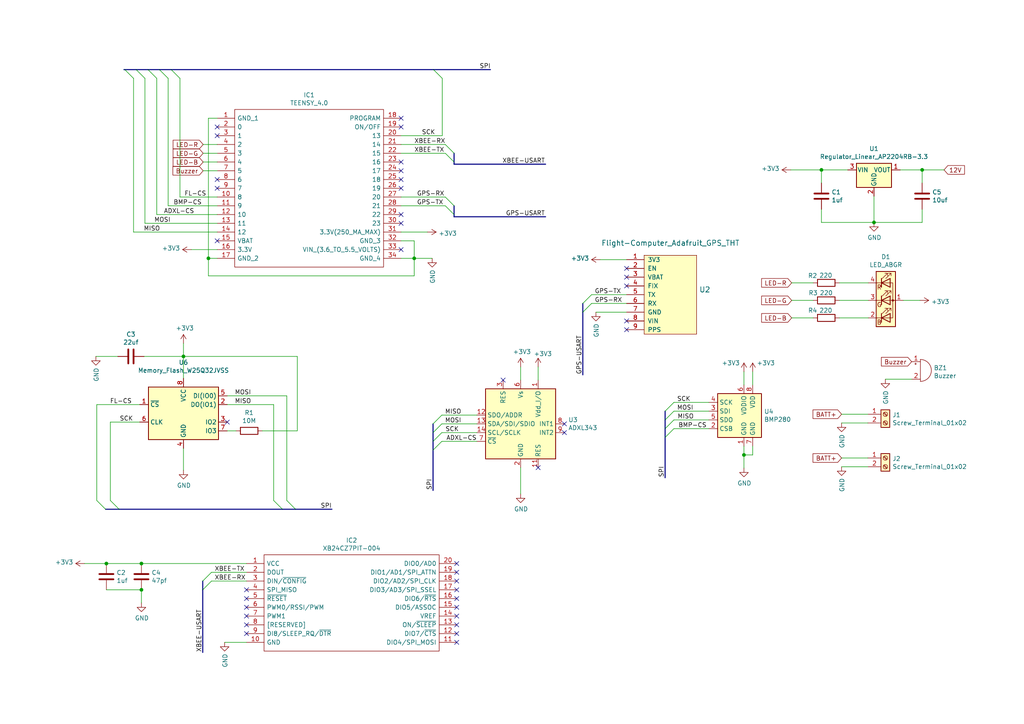
<source format=kicad_sch>
(kicad_sch (version 20211123) (generator eeschema)
  (paper "A4")
  (lib_symbols
    (symbol "Bull-Space_-Des-by-Sheenyl-Hassan-rescue:+3.3V-Flight_Computer-cache" (power) (pin_names (offset 0))
      (property "Value" "+3.3V-Flight_Computer-cache" (at 0 3.556 0))
      (symbol "+3.3V-Flight_Computer-cache_0_1"
        (polyline (pts (xy -0.762 1.27) (xy 0 2.54)))
        (polyline (pts (xy 0 0) (xy 0 2.54)))
        (polyline (pts (xy 0 2.54) (xy 0.762 1.27)))
      )
      (symbol "+3.3V-Flight_Computer-cache_1_1"
        (pin power_in line (at 0 0 90) (length 0) hide (name "+3V3") (number "1"))
      )
    )
    (symbol "Bull-Space_-Des-by-Sheenyl-Hassan-rescue:Flight-Computer_Adafruit_GPS_THT-Flight_Computer-cache" (pin_names (offset 1.016))
      (property "Reference" "U" (at -5.08 12.7 0))
      (property "Value" "Flight-Computer_Adafruit_GPS_THT-Flight_Computer-cache" (at 0 -12.7 0))
      (symbol "Flight-Computer_Adafruit_GPS_THT-Flight_Computer-cache_0_1"
        (rectangle (start -7.62 11.43) (end 7.62 -11.43) (fill (type background)))
      )
      (symbol "Flight-Computer_Adafruit_GPS_THT-Flight_Computer-cache_1_1"
        (pin power_out line (at -12.7 10.16 0) (length 5.08) (name "3V3") (number "1"))
        (pin input line (at -12.7 7.62 0) (length 5.08) (name "EN") (number "2"))
        (pin power_in line (at -12.7 5.08 0) (length 5.08) (name "VBAT") (number "3"))
        (pin output line (at -12.7 2.54 0) (length 5.08) (name "FIX") (number "4"))
        (pin output line (at -12.7 0 0) (length 5.08) (name "TX") (number "5"))
        (pin input line (at -12.7 -2.54 0) (length 5.08) (name "RX") (number "6"))
        (pin passive line (at -12.7 -5.08 0) (length 5.08) (name "GND") (number "7"))
        (pin power_in line (at -12.7 -7.62 0) (length 5.08) (name "VIN") (number "8"))
        (pin output line (at -12.7 -10.16 0) (length 5.08) (name "PPS") (number "9"))
      )
    )
    (symbol "Bull-Space_-Des-by-Sheenyl-Hassan-rescue:Memory_Flash_W25Q32JVSS-Flight_Computer-cache"
      (property "Reference" "U" (at -8.89 8.89 0))
      (property "Value" "Memory_Flash_W25Q32JVSS-Flight_Computer-cache" (at 7.62 8.89 0))
      (symbol "Memory_Flash_W25Q32JVSS-Flight_Computer-cache_0_1"
        (rectangle (start -10.16 7.62) (end 10.16 -7.62) (stroke (width 0.254)) (fill (type background)))
      )
      (symbol "Memory_Flash_W25Q32JVSS-Flight_Computer-cache_1_1"
        (pin input line (at -12.7 2.54 0) (length 2.54) (name "~{CS}") (number "1"))
        (pin bidirectional line (at 12.7 2.54 180) (length 2.54) (name "DO(IO1)") (number "2"))
        (pin bidirectional line (at 12.7 -2.54 180) (length 2.54) (name "IO2") (number "3"))
        (pin power_in line (at 0 -10.16 90) (length 2.54) (name "GND") (number "4"))
        (pin bidirectional line (at 12.7 5.08 180) (length 2.54) (name "DI(IO0)") (number "5"))
        (pin input line (at -12.7 -2.54 0) (length 2.54) (name "CLK") (number "6"))
        (pin bidirectional line (at 12.7 -5.08 180) (length 2.54) (name "IO3") (number "7"))
        (pin power_in line (at 0 10.16 270) (length 2.54) (name "VCC") (number "8"))
      )
    )
    (symbol "Bull-Space_-Des-by-Sheenyl-Hassan-rescue:Regulator_Linear_AP2204RB-3.3-Flight_Computer-cache" (pin_names (offset 0.254))
      (property "Reference" "U" (at -5.08 3.175 0))
      (property "Value" "Regulator_Linear_AP2204RB-3.3-Flight_Computer-cache" (at 0 3.175 0))
      (symbol "Regulator_Linear_AP2204RB-3.3-Flight_Computer-cache_0_1"
        (rectangle (start -5.08 1.905) (end 5.08 -5.08) (stroke (width 0.254)) (fill (type background)))
      )
      (symbol "Regulator_Linear_AP2204RB-3.3-Flight_Computer-cache_1_1"
        (pin power_out line (at 7.62 0 180) (length 2.54) (name "VOUT") (number "1"))
        (pin power_in line (at 0 -7.62 90) (length 2.54) (name "GND") (number "2"))
        (pin power_in line (at -7.62 0 0) (length 2.54) (name "VIN") (number "3"))
      )
    )
    (symbol "Bull-Space_-Des-by-Sheenyl-Hassan-rescue:TEENSY_4.0-TEENSY_4.0" (pin_names (offset 0.762))
      (property "Reference" "IC" (at 49.53 7.62 0))
      (property "Value" "TEENSY_4.0-TEENSY_4.0" (at 49.53 5.08 0))
      (symbol "TEENSY_4.0-TEENSY_4.0_0_0"
        (pin passive line (at 0 0 0) (length 5.08) (name "GND_1") (number "1"))
        (pin passive line (at 0 -22.86 0) (length 5.08) (name "8") (number "10"))
        (pin passive line (at 0 -25.4 0) (length 5.08) (name "9") (number "11"))
        (pin passive line (at 0 -27.94 0) (length 5.08) (name "10") (number "12"))
        (pin passive line (at 0 -30.48 0) (length 5.08) (name "11") (number "13"))
        (pin passive line (at 0 -33.02 0) (length 5.08) (name "12") (number "14"))
        (pin passive line (at 0 -35.56 0) (length 5.08) (name "VBAT") (number "15"))
        (pin passive line (at 0 -38.1 0) (length 5.08) (name "3.3V") (number "16"))
        (pin passive line (at 0 -40.64 0) (length 5.08) (name "GND_2") (number "17"))
        (pin passive line (at 53.34 0 180) (length 5.08) (name "PROGRAM") (number "18"))
        (pin passive line (at 53.34 -2.54 180) (length 5.08) (name "ON/OFF") (number "19"))
        (pin passive line (at 0 -2.54 0) (length 5.08) (name "0") (number "2"))
        (pin passive line (at 53.34 -5.08 180) (length 5.08) (name "13") (number "20"))
        (pin passive line (at 53.34 -7.62 180) (length 5.08) (name "14") (number "21"))
        (pin passive line (at 53.34 -10.16 180) (length 5.08) (name "15") (number "22"))
        (pin passive line (at 53.34 -12.7 180) (length 5.08) (name "16") (number "23"))
        (pin passive line (at 53.34 -15.24 180) (length 5.08) (name "17") (number "24"))
        (pin passive line (at 53.34 -17.78 180) (length 5.08) (name "18") (number "25"))
        (pin passive line (at 53.34 -20.32 180) (length 5.08) (name "19") (number "26"))
        (pin passive line (at 53.34 -22.86 180) (length 5.08) (name "20") (number "27"))
        (pin passive line (at 53.34 -25.4 180) (length 5.08) (name "21") (number "28"))
        (pin passive line (at 53.34 -27.94 180) (length 5.08) (name "22") (number "29"))
        (pin passive line (at 0 -5.08 0) (length 5.08) (name "1") (number "3"))
        (pin passive line (at 53.34 -30.48 180) (length 5.08) (name "23") (number "30"))
        (pin passive line (at 53.34 -33.02 180) (length 5.08) (name "3.3V(250_MA_MAX)") (number "31"))
        (pin passive line (at 53.34 -35.56 180) (length 5.08) (name "GND_3") (number "32"))
        (pin passive line (at 53.34 -38.1 180) (length 5.08) (name "VIN_(3.6_TO_5.5_VOLTS)") (number "33"))
        (pin passive line (at 53.34 -40.64 180) (length 5.08) (name "GND_4") (number "34"))
        (pin passive line (at 0 -7.62 0) (length 5.08) (name "2") (number "4"))
        (pin passive line (at 0 -10.16 0) (length 5.08) (name "3") (number "5"))
        (pin passive line (at 0 -12.7 0) (length 5.08) (name "4") (number "6"))
        (pin passive line (at 0 -15.24 0) (length 5.08) (name "5") (number "7"))
        (pin passive line (at 0 -17.78 0) (length 5.08) (name "6") (number "8"))
        (pin passive line (at 0 -20.32 0) (length 5.08) (name "7") (number "9"))
      )
      (symbol "TEENSY_4.0-TEENSY_4.0_0_1"
        (polyline (pts (xy 5.08 2.54) (xy 48.26 2.54) (xy 48.26 -43.18) (xy 5.08 -43.18) (xy 5.08 2.54)) (stroke (width 0.1524)))
      )
    )
    (symbol "Bull-Space_-Des-by-Sheenyl-Hassan-rescue:XB24CZ7PIT-004-XB24CZ7PIT-004" (pin_names (offset 0.762))
      (property "Reference" "IC" (at 57.15 7.62 0))
      (property "Value" "XB24CZ7PIT-004-XB24CZ7PIT-004" (at 57.15 5.08 0))
      (symbol "XB24CZ7PIT-004-XB24CZ7PIT-004_0_0"
        (pin passive line (at 0 0 0) (length 5.08) (name "VCC") (number "1"))
        (pin passive line (at 0 -22.86 0) (length 5.08) (name "GND") (number "10"))
        (pin passive line (at 60.96 -22.86 180) (length 5.08) (name "DIO4/SPI_MOSI") (number "11"))
        (pin passive line (at 60.96 -20.32 180) (length 5.08) (name "DIO7/~{CTS}") (number "12"))
        (pin passive line (at 60.96 -17.78 180) (length 5.08) (name "ON/~{SLEEP}") (number "13"))
        (pin passive line (at 60.96 -15.24 180) (length 5.08) (name "VREF") (number "14"))
        (pin passive line (at 60.96 -12.7 180) (length 5.08) (name "DIO5/ASSOC") (number "15"))
        (pin passive line (at 60.96 -10.16 180) (length 5.08) (name "DIO6/~{RTS}") (number "16"))
        (pin passive line (at 60.96 -7.62 180) (length 5.08) (name "DIO3/AD3/SPI_SSEL") (number "17"))
        (pin passive line (at 60.96 -5.08 180) (length 5.08) (name "DIO2/AD2/SPI_CLK") (number "18"))
        (pin passive line (at 60.96 -2.54 180) (length 5.08) (name "DIO1/AD1/SPI_ATTN") (number "19"))
        (pin passive line (at 0 -2.54 0) (length 5.08) (name "DOUT") (number "2"))
        (pin passive line (at 60.96 0 180) (length 5.08) (name "DIO0/AD0") (number "20"))
        (pin passive line (at 0 -5.08 0) (length 5.08) (name "DIN/~{CONFIG}") (number "3"))
        (pin passive line (at 0 -7.62 0) (length 5.08) (name "SPI_MISO") (number "4"))
        (pin passive line (at 0 -10.16 0) (length 5.08) (name "~{RESET}") (number "5"))
        (pin passive line (at 0 -12.7 0) (length 5.08) (name "PWM0/RSSI/PWM") (number "6"))
        (pin passive line (at 0 -15.24 0) (length 5.08) (name "PWM1") (number "7"))
        (pin passive line (at 0 -17.78 0) (length 5.08) (name "[RESERVED]") (number "8"))
        (pin passive line (at 0 -20.32 0) (length 5.08) (name "DI8/SLEEP_RQ/~{DTR}") (number "9"))
      )
      (symbol "XB24CZ7PIT-004-XB24CZ7PIT-004_0_1"
        (polyline (pts (xy 5.08 2.54) (xy 55.88 2.54) (xy 55.88 -25.4) (xy 5.08 -25.4) (xy 5.08 2.54)) (stroke (width 0.1524)))
      )
    )
    (symbol "Connector:Screw_Terminal_01x02" (pin_names (offset 1.016) hide)
      (property "Reference" "J" (at 0 2.54 0))
      (property "Value" "Screw_Terminal_01x02" (at 0 -5.08 0))
      (symbol "Screw_Terminal_01x02_1_1"
        (rectangle (start -1.27 1.27) (end 1.27 -3.81) (stroke (width 0.254)) (fill (type background)))
        (circle (center 0 -2.54) (radius 0.635) (stroke (width 0.1524)))
        (polyline (pts (xy -0.5334 -2.2098) (xy 0.3302 -3.048)) (stroke (width 0.1524)))
        (polyline (pts (xy -0.5334 0.3302) (xy 0.3302 -0.508)) (stroke (width 0.1524)))
        (polyline (pts (xy -0.3556 -2.032) (xy 0.508 -2.8702)) (stroke (width 0.1524)))
        (polyline (pts (xy -0.3556 0.508) (xy 0.508 -0.3302)) (stroke (width 0.1524)))
        (circle (center 0 0) (radius 0.635) (stroke (width 0.1524)))
        (pin passive line (at -5.08 0 0) (length 3.81) (name "Pin_1") (number "1"))
        (pin passive line (at -5.08 -2.54 0) (length 3.81) (name "Pin_2") (number "2"))
      )
    )
    (symbol "Device:Buzzer" (pin_names (offset 0.0254) hide)
      (property "Reference" "BZ" (at 3.81 1.27 0))
      (property "Value" "Buzzer" (at 3.81 -1.27 0))
      (symbol "Buzzer_0_1"
        (arc (start 0 -3.175) (mid 3.175 0) (end 0 3.175))
        (polyline (pts (xy -1.651 1.905) (xy -1.143 1.905)))
        (polyline (pts (xy -1.397 2.159) (xy -1.397 1.651)))
        (polyline (pts (xy 0 3.175) (xy 0 -3.175)))
      )
      (symbol "Buzzer_1_1"
        (pin passive line (at -2.54 2.54 0) (length 2.54) (name "-") (number "1"))
        (pin passive line (at -2.54 -2.54 0) (length 2.54) (name "+") (number "2"))
      )
    )
    (symbol "Device:C" (pin_numbers hide) (pin_names (offset 0.254))
      (property "Reference" "C" (at 0.635 2.54 0))
      (property "Value" "C" (at 0.635 -2.54 0))
      (symbol "C_0_1"
        (polyline (pts (xy -2.032 -0.762) (xy 2.032 -0.762)) (stroke (width 0.508)))
        (polyline (pts (xy -2.032 0.762) (xy 2.032 0.762)) (stroke (width 0.508)))
      )
      (symbol "C_1_1"
        (pin passive line (at 0 3.81 270) (length 2.794) (name "~") (number "1"))
        (pin passive line (at 0 -3.81 90) (length 2.794) (name "~") (number "2"))
      )
    )
    (symbol "Device:LED_ABGR" (pin_names (offset 0) hide)
      (property "Reference" "D" (at 0 9.398 0))
      (property "Value" "LED_ABGR" (at 0 -8.89 0))
      (symbol "LED_ABGR_0_0"
        (text "B" (at -1.905 -6.35 0) (effects (font (size 1.27 1.27))))
        (text "G" (at -1.905 -1.27 0) (effects (font (size 1.27 1.27))))
        (text "R" (at -1.905 3.81 0) (effects (font (size 1.27 1.27))))
      )
      (symbol "LED_ABGR_0_1"
        (polyline (pts (xy -1.27 -5.08) (xy -2.54 -5.08)))
        (polyline (pts (xy -1.27 -5.08) (xy 1.27 -5.08)))
        (polyline (pts (xy -1.27 -3.81) (xy -1.27 -6.35)) (stroke (width 0.254)))
        (polyline (pts (xy -1.27 0) (xy -2.54 0)))
        (polyline (pts (xy -1.27 1.27) (xy -1.27 -1.27)) (stroke (width 0.254)))
        (polyline (pts (xy -1.27 5.08) (xy -2.54 5.08)))
        (polyline (pts (xy -1.27 5.08) (xy 1.27 5.08)))
        (polyline (pts (xy -1.27 6.35) (xy -1.27 3.81)) (stroke (width 0.254)))
        (polyline (pts (xy 1.27 0) (xy -1.27 0)))
        (polyline (pts (xy 1.27 0) (xy 2.54 0)))
        (polyline (pts (xy -1.27 1.27) (xy -1.27 -1.27) (xy -1.27 -1.27)))
        (polyline (pts (xy -1.27 6.35) (xy -1.27 3.81) (xy -1.27 3.81)))
        (polyline (pts (xy 1.27 -5.08) (xy 2.032 -5.08) (xy 2.032 5.08) (xy 1.27 5.08)))
        (polyline (pts (xy 1.27 -3.81) (xy 1.27 -6.35) (xy -1.27 -5.08) (xy 1.27 -3.81)) (stroke (width 0.254)))
        (polyline (pts (xy 1.27 1.27) (xy 1.27 -1.27) (xy -1.27 0) (xy 1.27 1.27)) (stroke (width 0.254)))
        (polyline (pts (xy 1.27 6.35) (xy 1.27 3.81) (xy -1.27 5.08) (xy 1.27 6.35)) (stroke (width 0.254)))
        (polyline (pts (xy -1.016 -3.81) (xy 0.508 -2.286) (xy -0.254 -2.286) (xy 0.508 -2.286) (xy 0.508 -3.048)))
        (polyline (pts (xy -1.016 1.27) (xy 0.508 2.794) (xy -0.254 2.794) (xy 0.508 2.794) (xy 0.508 2.032)))
        (polyline (pts (xy -1.016 6.35) (xy 0.508 7.874) (xy -0.254 7.874) (xy 0.508 7.874) (xy 0.508 7.112)))
        (polyline (pts (xy 0 -3.81) (xy 1.524 -2.286) (xy 0.762 -2.286) (xy 1.524 -2.286) (xy 1.524 -3.048)))
        (polyline (pts (xy 0 1.27) (xy 1.524 2.794) (xy 0.762 2.794) (xy 1.524 2.794) (xy 1.524 2.032)))
        (polyline (pts (xy 0 6.35) (xy 1.524 7.874) (xy 0.762 7.874) (xy 1.524 7.874) (xy 1.524 7.112)))
        (rectangle (start 1.27 -1.27) (end 1.27 1.27))
        (rectangle (start 1.27 1.27) (end 1.27 1.27))
        (rectangle (start 1.27 3.81) (end 1.27 6.35))
        (rectangle (start 1.27 6.35) (end 1.27 6.35))
        (circle (center 2.032 0) (radius 0.254) (fill (type outline)))
        (rectangle (start 2.794 8.382) (end -2.794 -7.62) (stroke (width 0.254)) (fill (type background)))
      )
      (symbol "LED_ABGR_1_1"
        (pin passive line (at 5.08 0 180) (length 2.54) (name "A") (number "1"))
        (pin passive line (at -5.08 -5.08 0) (length 2.54) (name "BK") (number "2"))
        (pin passive line (at -5.08 0 0) (length 2.54) (name "GK") (number "3"))
        (pin passive line (at -5.08 5.08 0) (length 2.54) (name "RK") (number "4"))
      )
    )
    (symbol "Device:R" (pin_numbers hide) (pin_names (offset 0))
      (property "Reference" "R" (at 2.032 0 90))
      (property "Value" "R" (at 0 0 90))
      (symbol "R_0_1"
        (rectangle (start -1.016 -2.54) (end 1.016 2.54) (stroke (width 0.254)))
      )
      (symbol "R_1_1"
        (pin passive line (at 0 3.81 270) (length 1.27) (name "~") (number "1"))
        (pin passive line (at 0 -3.81 90) (length 1.27) (name "~") (number "2"))
      )
    )
    (symbol "Sensor_Motion:ADXL343"
      (property "Reference" "U" (at -8.89 11.43 0))
      (property "Value" "ADXL343" (at -7.62 -11.43 0))
      (symbol "ADXL343_0_1"
        (rectangle (start -10.16 10.16) (end 10.16 -10.16) (stroke (width 0.254)) (fill (type background)))
      )
      (symbol "ADXL343_1_1"
        (pin power_in line (at 5.08 12.7 270) (length 2.54) (name "Vdd_I/O") (number "1"))
        (pin no_connect line (at -5.08 -10.16 90) (length 2.54) hide (name "NC") (number "10"))
        (pin passive line (at 5.08 -12.7 90) (length 2.54) (name "RES") (number "11"))
        (pin bidirectional line (at -12.7 2.54 0) (length 2.54) (name "SDO/ADDR") (number "12"))
        (pin bidirectional line (at -12.7 0 0) (length 2.54) (name "SDA/SDI/SDIO") (number "13"))
        (pin input line (at -12.7 -2.54 0) (length 2.54) (name "SCL/SCLK") (number "14"))
        (pin power_in line (at 0 -12.7 90) (length 2.54) (name "GND") (number "2"))
        (pin passive line (at -5.08 12.7 270) (length 2.54) (name "RES") (number "3"))
        (pin passive line (at 0 -12.7 90) (length 2.54) hide (name "GND") (number "4"))
        (pin passive line (at 0 -12.7 90) (length 2.54) hide (name "GND") (number "5"))
        (pin power_in line (at 0 12.7 270) (length 2.54) (name "Vs") (number "6"))
        (pin input line (at -12.7 -5.08 0) (length 2.54) (name "~{CS}") (number "7"))
        (pin output line (at 12.7 0 180) (length 2.54) (name "INT1") (number "8"))
        (pin output line (at 12.7 -2.54 180) (length 2.54) (name "INT2") (number "9"))
      )
    )
    (symbol "Sensor_Pressure:BMP280"
      (property "Reference" "U" (at -7.62 10.16 0))
      (property "Value" "BMP280" (at 5.08 10.16 0))
      (symbol "BMP280_0_1"
        (rectangle (start -7.62 -5.08) (end 5.08 7.62) (stroke (width 0.254)) (fill (type background)))
      )
      (symbol "BMP280_1_1"
        (pin power_in line (at 0 -7.62 90) (length 2.54) (name "GND") (number "1"))
        (pin input line (at -10.16 -2.54 0) (length 2.54) (name "CSB") (number "2"))
        (pin bidirectional line (at -10.16 2.54 0) (length 2.54) (name "SDI") (number "3"))
        (pin input line (at -10.16 5.08 0) (length 2.54) (name "SCK") (number "4"))
        (pin bidirectional line (at -10.16 0 0) (length 2.54) (name "SDO") (number "5"))
        (pin power_in line (at 0 10.16 270) (length 2.54) (name "VDDIO") (number "6"))
        (pin power_in line (at 2.54 -7.62 90) (length 2.54) (name "GND") (number "7"))
        (pin power_in line (at 2.54 10.16 270) (length 2.54) (name "VDD") (number "8"))
      )
    )
    (symbol "power:GND" (power) (pin_names (offset 0))
      (property "Value" "GND" (at 0 -3.81 0))
      (symbol "GND_0_1"
        (polyline (pts (xy 0 0) (xy 0 -1.27) (xy 1.27 -1.27) (xy 0 -2.54) (xy -1.27 -1.27) (xy 0 -1.27)))
      )
      (symbol "GND_1_1"
        (pin power_in line (at 0 0 270) (length 0) hide (name "GND") (number "1"))
      )
    )
  )
  (junction (at 60.452 74.93))
  (junction (at 41.021 171.069))
  (junction (at 267.462 49.276))
  (junction (at 30.861 163.449))
  (junction (at 120.142 74.93))
  (junction (at 215.773 131.953))
  (junction (at 253.492 64.516))
  (junction (at 41.021 163.449))
  (junction (at 238.252 49.276))
  (junction (at 53.213 103.378))
  (no_connect (at 116.332 64.77))
  (no_connect (at 116.332 62.23))
  (no_connect (at 71.501 176.149))
  (no_connect (at 62.992 39.37))
  (no_connect (at 62.992 36.83))
  (no_connect (at 181.737 93.091))
  (no_connect (at 71.501 178.689))
  (no_connect (at 132.461 171.069))
  (no_connect (at 62.992 52.07))
  (no_connect (at 156.083 135.636))
  (no_connect (at 116.332 54.61))
  (no_connect (at 62.992 69.85))
  (no_connect (at 116.332 36.83))
  (no_connect (at 163.703 122.936))
  (no_connect (at 116.332 52.07))
  (no_connect (at 71.501 181.229))
  (no_connect (at 116.332 72.39))
  (no_connect (at 132.461 165.989))
  (no_connect (at 145.923 110.236))
  (no_connect (at 132.461 183.769))
  (no_connect (at 132.461 178.689))
  (no_connect (at 181.737 77.851))
  (no_connect (at 163.703 125.476))
  (no_connect (at 132.461 168.529))
  (no_connect (at 132.461 186.309))
  (no_connect (at 62.992 54.61))
  (no_connect (at 181.737 80.391))
  (no_connect (at 71.501 183.769))
  (no_connect (at 181.737 95.631))
  (no_connect (at 116.332 46.99))
  (no_connect (at 116.332 49.53))
  (no_connect (at 132.461 163.449))
  (no_connect (at 132.461 176.149))
  (no_connect (at 71.501 173.609))
  (no_connect (at 132.461 181.229))
  (no_connect (at 71.501 171.069))
  (no_connect (at 65.913 122.428))
  (no_connect (at 181.737 82.931))
  (no_connect (at 116.332 34.29))
  (no_connect (at 132.461 173.609))
  (bus_entry (at 129.159 59.69) (size 2.54 2.54))
  (bus_entry (at 129.159 57.15) (size 2.54 2.54))
  (bus_entry (at 49.657 20.193) (size 2.54 2.54))
  (bus_entry (at 61.341 168.529) (size -2.54 2.54))
  (bus_entry (at 61.341 165.989) (size -2.54 2.54))
  (bus_entry (at 128.143 128.016) (size -2.54 2.54))
  (bus_entry (at 128.143 125.476) (size -2.54 2.54))
  (bus_entry (at 195.453 121.793) (size -2.54 2.54))
  (bus_entry (at 28.067 145.161) (size 2.54 2.54))
  (bus_entry (at 32.004 145.161) (size 2.54 2.54))
  (bus_entry (at 46.228 20.193) (size 2.54 2.54))
  (bus_entry (at 79.375 145.161) (size 2.54 2.54))
  (bus_entry (at 83.185 145.161) (size 2.54 2.54))
  (bus_entry (at 192.913 121.793) (size 2.54 -2.54))
  (bus_entry (at 128.143 120.396) (size -2.54 2.54))
  (bus_entry (at 195.453 116.713) (size -2.54 2.54))
  (bus_entry (at 42.926 20.193) (size 2.54 2.54))
  (bus_entry (at 129.159 41.91) (size 2.54 2.54))
  (bus_entry (at 125.603 125.476) (size 2.54 -2.54))
  (bus_entry (at 39.497 20.193) (size 2.54 2.54))
  (bus_entry (at 171.577 88.011) (size -2.54 2.54))
  (bus_entry (at 125.73 20.193) (size 2.54 2.54))
  (bus_entry (at 171.577 85.471) (size -2.54 2.54))
  (bus_entry (at 36.195 20.193) (size 2.54 2.54))
  (bus_entry (at 195.453 124.333) (size -2.54 2.54))
  (bus_entry (at 129.159 44.45) (size 2.54 2.54))
  (wire (pts (xy 40.513 122.428) (xy 32.004 122.428)))
  (wire (pts (xy 60.452 34.29) (xy 60.452 74.93)))
  (bus (pts (xy 39.497 20.193) (xy 42.926 20.193)))
  (wire (pts (xy 262.001 87.122) (xy 266.827 87.122)))
  (bus (pts (xy 35.941 20.193) (xy 36.195 20.193)))
  (wire (pts (xy 42.037 22.733) (xy 42.037 64.77)))
  (wire (pts (xy 38.735 22.733) (xy 38.735 67.31)))
  (wire (pts (xy 58.928 46.99) (xy 62.992 46.99)))
  (wire (pts (xy 229.616 87.122) (xy 235.839 87.122)))
  (wire (pts (xy 32.004 122.428) (xy 32.004 145.161)))
  (wire (pts (xy 116.332 69.85) (xy 120.142 69.85)))
  (wire (pts (xy 53.213 103.378) (xy 41.783 103.378)))
  (wire (pts (xy 41.021 163.449) (xy 71.501 163.449)))
  (wire (pts (xy 251.714 135.382) (xy 244.094 135.382)))
  (bus (pts (xy 30.607 147.701) (xy 34.544 147.701)))
  (wire (pts (xy 261.112 49.276) (xy 267.462 49.276)))
  (wire (pts (xy 60.452 74.93) (xy 62.992 74.93)))
  (wire (pts (xy 267.462 64.516) (xy 253.492 64.516)))
  (wire (pts (xy 61.341 168.529) (xy 71.501 168.529)))
  (bus (pts (xy 192.913 127) (xy 192.913 138.557)))
  (wire (pts (xy 120.142 69.85) (xy 120.142 74.93)))
  (bus (pts (xy 125.603 130.683) (xy 125.603 142.24)))
  (wire (pts (xy 58.928 41.91) (xy 62.992 41.91)))
  (bus (pts (xy 125.603 122.936) (xy 125.603 125.476)))
  (wire (pts (xy 218.313 129.413) (xy 218.313 131.953)))
  (wire (pts (xy 60.452 74.93) (xy 60.452 80.01)))
  (wire (pts (xy 116.332 41.91) (xy 129.159 41.91)))
  (wire (pts (xy 181.737 75.311) (xy 174.117 75.311)))
  (bus (pts (xy 81.915 147.701) (xy 85.725 147.701)))
  (wire (pts (xy 195.453 121.793) (xy 205.613 121.793)))
  (wire (pts (xy 128.143 122.936) (xy 138.303 122.936)))
  (wire (pts (xy 251.714 122.682) (xy 244.094 122.682)))
  (bus (pts (xy 131.699 47.625) (xy 158.242 47.625)))
  (wire (pts (xy 243.459 82.042) (xy 251.841 82.042)))
  (wire (pts (xy 52.197 57.15) (xy 52.197 22.733)))
  (wire (pts (xy 128.143 120.396) (xy 138.303 120.396)))
  (wire (pts (xy 58.928 49.53) (xy 62.992 49.53)))
  (wire (pts (xy 34.163 103.378) (xy 27.813 103.378)))
  (wire (pts (xy 243.459 92.202) (xy 251.841 92.202)))
  (wire (pts (xy 40.513 117.348) (xy 28.067 117.348)))
  (wire (pts (xy 181.737 90.551) (xy 172.847 90.551)))
  (wire (pts (xy 116.332 57.15) (xy 129.159 57.15)))
  (wire (pts (xy 238.252 60.706) (xy 238.252 64.516)))
  (wire (pts (xy 42.037 64.77) (xy 62.992 64.77)))
  (wire (pts (xy 171.577 88.011) (xy 181.737 88.011)))
  (bus (pts (xy 192.913 124.333) (xy 192.913 126.873)))
  (wire (pts (xy 79.375 117.348) (xy 79.375 145.161)))
  (wire (pts (xy 128.27 22.733) (xy 128.27 39.37)))
  (bus (pts (xy 42.926 20.193) (xy 46.228 20.193)))
  (wire (pts (xy 267.462 49.276) (xy 267.462 53.086)))
  (wire (pts (xy 195.453 119.253) (xy 205.613 119.253)))
  (bus (pts (xy 131.699 62.865) (xy 131.699 62.23)))
  (wire (pts (xy 238.252 64.516) (xy 253.492 64.516)))
  (wire (pts (xy 195.453 116.713) (xy 205.613 116.713)))
  (bus (pts (xy 49.657 20.193) (xy 125.73 20.193)))
  (bus (pts (xy 36.195 20.193) (xy 39.497 20.193)))
  (wire (pts (xy 128.143 125.476) (xy 138.303 125.476)))
  (bus (pts (xy 58.801 171.069) (xy 58.801 189.23)))
  (bus (pts (xy 192.913 119.253) (xy 192.913 121.793)))
  (bus (pts (xy 85.725 147.701) (xy 96.266 147.701)))
  (wire (pts (xy 86.233 124.968) (xy 86.233 103.378)))
  (wire (pts (xy 30.861 171.069) (xy 41.021 171.069)))
  (wire (pts (xy 24.511 163.449) (xy 30.861 163.449)))
  (wire (pts (xy 229.616 82.042) (xy 235.839 82.042)))
  (wire (pts (xy 83.185 114.808) (xy 83.185 145.161)))
  (wire (pts (xy 65.913 117.348) (xy 79.375 117.348)))
  (wire (pts (xy 116.332 44.45) (xy 129.159 44.45)))
  (wire (pts (xy 238.252 53.086) (xy 238.252 49.276)))
  (wire (pts (xy 218.313 131.953) (xy 215.773 131.953)))
  (wire (pts (xy 218.313 107.823) (xy 218.313 111.633)))
  (wire (pts (xy 128.143 128.016) (xy 138.303 128.016)))
  (wire (pts (xy 229.616 92.202) (xy 235.839 92.202)))
  (wire (pts (xy 267.462 49.276) (xy 273.812 49.276)))
  (wire (pts (xy 30.861 163.449) (xy 41.021 163.449)))
  (wire (pts (xy 251.714 120.142) (xy 244.094 120.142)))
  (wire (pts (xy 41.021 171.069) (xy 41.021 174.879)))
  (wire (pts (xy 65.913 114.808) (xy 83.185 114.808)))
  (wire (pts (xy 38.735 67.31) (xy 62.992 67.31)))
  (bus (pts (xy 169.037 88.011) (xy 169.037 90.551)))
  (wire (pts (xy 120.142 74.93) (xy 125.349 74.93)))
  (wire (pts (xy 215.773 131.953) (xy 215.773 129.413)))
  (wire (pts (xy 151.003 135.636) (xy 151.003 143.256)))
  (wire (pts (xy 52.197 57.15) (xy 62.992 57.15)))
  (wire (pts (xy 62.992 72.39) (xy 55.499 72.39)))
  (bus (pts (xy 169.037 90.551) (xy 169.037 108.712)))
  (wire (pts (xy 58.928 44.45) (xy 62.992 44.45)))
  (wire (pts (xy 53.213 103.378) (xy 53.213 99.568)))
  (wire (pts (xy 151.003 106.426) (xy 151.003 110.236)))
  (bus (pts (xy 58.801 168.529) (xy 58.801 171.069)))
  (wire (pts (xy 238.252 49.276) (xy 245.872 49.276)))
  (wire (pts (xy 251.714 132.842) (xy 244.094 132.842)))
  (wire (pts (xy 253.492 56.896) (xy 253.492 64.516)))
  (wire (pts (xy 116.332 59.69) (xy 129.159 59.69)))
  (wire (pts (xy 71.501 186.309) (xy 65.151 186.309)))
  (wire (pts (xy 60.452 80.01) (xy 120.142 80.01)))
  (wire (pts (xy 243.459 87.122) (xy 251.841 87.122)))
  (wire (pts (xy 181.737 85.471) (xy 171.577 85.471)))
  (wire (pts (xy 68.453 124.968) (xy 65.913 124.968)))
  (bus (pts (xy 131.699 47.625) (xy 131.699 46.99)))
  (bus (pts (xy 34.544 147.701) (xy 81.915 147.701)))
  (bus (pts (xy 125.603 128.016) (xy 125.603 130.556)))
  (wire (pts (xy 215.773 135.763) (xy 215.773 131.953)))
  (wire (pts (xy 48.768 59.69) (xy 62.992 59.69)))
  (wire (pts (xy 120.142 74.93) (xy 120.142 80.01)))
  (wire (pts (xy 229.362 49.276) (xy 238.252 49.276)))
  (wire (pts (xy 53.213 109.728) (xy 53.213 103.378)))
  (bus (pts (xy 46.228 20.193) (xy 49.657 20.193)))
  (wire (pts (xy 116.332 39.37) (xy 128.27 39.37)))
  (wire (pts (xy 215.773 107.823) (xy 215.773 111.633)))
  (bus (pts (xy 131.699 62.23) (xy 131.699 59.69)))
  (wire (pts (xy 62.992 34.29) (xy 60.452 34.29)))
  (wire (pts (xy 76.073 124.968) (xy 86.233 124.968)))
  (wire (pts (xy 86.233 103.378) (xy 53.213 103.378)))
  (wire (pts (xy 116.332 67.31) (xy 123.952 67.31)))
  (wire (pts (xy 48.768 22.733) (xy 48.768 59.69)))
  (wire (pts (xy 267.462 60.706) (xy 267.462 64.516)))
  (bus (pts (xy 125.603 125.476) (xy 125.603 128.016)))
  (wire (pts (xy 71.501 165.989) (xy 61.341 165.989)))
  (wire (pts (xy 45.466 62.23) (xy 62.992 62.23)))
  (wire (pts (xy 156.083 106.426) (xy 156.083 110.236)))
  (wire (pts (xy 53.213 130.048) (xy 53.213 136.398)))
  (wire (pts (xy 195.453 124.333) (xy 205.613 124.333)))
  (wire (pts (xy 120.142 74.93) (xy 116.332 74.93)))
  (wire (pts (xy 45.466 22.733) (xy 45.466 62.23)))
  (bus (pts (xy 192.913 121.793) (xy 192.913 124.333)))
  (wire (pts (xy 256.794 109.982) (xy 264.414 109.982)))
  (wire (pts (xy 28.067 117.348) (xy 28.067 145.161)))
  (bus (pts (xy 131.699 62.865) (xy 158.242 62.865)))
  (bus (pts (xy 125.73 20.193) (xy 142.24 20.193)))
  (bus (pts (xy 131.699 46.99) (xy 131.699 44.45)))
  (label "SCK" (at 122.301 39.37 0))
  (label "GPS-TX" (at 172.466 85.471 0))
  (label "FL-CS" (at 53.467 57.15 0))
  (label "ADXL-CS" (at 129.413 128.016 0))
  (label "MISO" (at 41.656 67.31 0))
  (label "SPI" (at 92.964 147.701 0))
  (label "SPI" (at 192.913 138.43 90))
  (label "XBEE-TX" (at 120.142 44.45 0))
  (label "XBEE-USART" (at 58.801 189.103 90))
  (label "SCK" (at 129.159 125.476 0))
  (label "XBEE-RX" (at 62.23 168.529 0))
  (label "GPS-TX" (at 120.904 59.69 0))
  (label "GPS-USART" (at 146.685 62.865 0))
  (label "BMP-CS" (at 196.723 124.333 0))
  (label "MOSI" (at 44.704 64.77 0))
  (label "BMP-CS" (at 50.292 59.69 0))
  (label "XBEE-USART" (at 145.669 47.625 0))
  (label "MISO" (at 196.469 121.793 0))
  (label "XBEE-TX" (at 62.23 165.989 0))
  (label "MOSI" (at 129.032 122.936 0))
  (label "GPS-RX" (at 120.904 57.15 0))
  (label "SPI" (at 139.065 20.193 0))
  (label "SCK" (at 196.342 116.713 0))
  (label "MISO" (at 129.032 120.396 0))
  (label "GPS-USART" (at 169.037 108.585 90))
  (label "SCK" (at 34.671 122.428 0))
  (label "XBEE-RX" (at 120.142 41.91 0))
  (label "MOSI" (at 68.072 114.808 0))
  (label "MOSI" (at 196.342 119.253 0))
  (label "FL-CS" (at 31.877 117.348 0))
  (label "SPI" (at 125.603 142.113 90))
  (label "MISO" (at 68.072 117.348 0))
  (label "ADXL-CS" (at 47.498 62.23 0))
  (label "GPS-RX" (at 172.466 88.011 0))
  (global_label "LED-G" (shape input) (at 229.616 87.122 180) (property "Intersheet References" "${INTERSHEET_REFS}" (effects hide)))
  (global_label "Buzzer" (shape input) (at 58.928 49.53 180) (property "Intersheet References" "${INTERSHEET_REFS}" (effects hide)))
  (global_label "LED-R" (shape input) (at 58.928 41.91 180) (property "Intersheet References" "${INTERSHEET_REFS}" (effects hide)))
  (global_label "BATT+" (shape input) (at 244.094 132.842 180) (property "Intersheet References" "${INTERSHEET_REFS}" (effects hide)))
  (global_label "Buzzer" (shape input) (at 264.414 104.902 180) (property "Intersheet References" "${INTERSHEET_REFS}" (effects hide)))
  (global_label "LED-B" (shape input) (at 229.616 92.202 180) (property "Intersheet References" "${INTERSHEET_REFS}" (effects hide)))
  (global_label "LED-R" (shape input) (at 229.616 82.042 180) (property "Intersheet References" "${INTERSHEET_REFS}" (effects hide)))
  (global_label "LED-G" (shape input) (at 58.928 44.45 180) (property "Intersheet References" "${INTERSHEET_REFS}" (effects hide)))
  (global_label "BATT+" (shape input) (at 244.094 120.142 180) (property "Intersheet References" "${INTERSHEET_REFS}" (effects hide)))
  (global_label "12V" (shape input) (at 273.812 49.276 0) (property "Intersheet References" "${INTERSHEET_REFS}" (effects hide)))
  (global_label "LED-B" (shape input) (at 58.928 46.99 180) (property "Intersheet References" "${INTERSHEET_REFS}" (effects hide)))
  (symbol (lib_id "Bull-Space_-Des-by-Sheenyl-Hassan-rescue:Flight-Computer_Adafruit_GPS_THT-Flight_Computer-cache") (at 194.437 85.471 0) (unit 1)
    (property "Reference" "U2" (at 202.7682 83.9978 0) (effects (font (size 1.524 1.524)) (justify left)))
    (property "Value" "Flight-Computer_Adafruit_GPS_THT" (at 174.371 70.485 0) (effects (font (size 1.524 1.524)) (justify left)))
    (property "Footprint" "Flight Computer:Adafruit_ADXL345_THT" (effects hide))
  )
  (symbol (lib_id "Sensor_Motion:ADXL343") (at 151.003 122.936 0) (unit 1)
    (property "Reference" "U3" (at 164.8206 121.7676 0) (effects (justify left)))
    (property "Value" "ADXL343" (at 164.8206 124.079 0) (effects (justify left)))
    (property "Footprint" "Package_LGA:LGA-14_3x5mm_P0.8mm_LayoutBorder1x6y" (effects hide))
    (property "Datasheet" "https://www.analog.com/media/en/technical-documentation/data-sheets/ADXL343.pdf" (effects hide))
  )
  (symbol (lib_id "Sensor_Pressure:BMP280") (at 215.773 121.793 0) (unit 1)
    (property "Reference" "U4" (at 221.615 119.3546 0) (effects (justify left)))
    (property "Value" "BMP280" (at 221.615 121.666 0) (effects (justify left)))
    (property "Footprint" "Package_LGA:Bosch_LGA-8_2x2.5mm_P0.65mm_ClockwisePinNumbering" (effects hide))
    (property "Datasheet" "https://ae-bst.resource.bosch.com/media/_tech/media/datasheets/BST-BMP280-DS001.pdf" (effects hide))
  )
  (symbol (lib_id "Device:LED_ABGR") (at 256.921 87.122 0) (unit 1)
    (property "Reference" "D1" (at 256.921 74.4982 0))
    (property "Value" "LED_ABGR" (at 256.921 76.8096 0))
    (property "Footprint" "LED_THT:LED_D5.0mm-4_RGB_Staggered_Pins" (effects hide))
  )
  (symbol (lib_id "Device:Buzzer") (at 266.954 107.442 0) (unit 1)
    (property "Reference" "BZ1" (at 270.8148 106.7054 0) (effects (justify left)))
    (property "Value" "Buzzer" (at 270.8148 109.0168 0) (effects (justify left)))
  )
  (symbol (lib_id "Connector:Screw_Terminal_01x02") (at 256.794 120.142 0) (unit 1)
    (property "Reference" "J1" (at 258.826 120.3452 0) (effects (justify left)))
    (property "Value" "Screw_Terminal_01x02" (at 258.826 122.6566 0) (effects (justify left)))
  )
  (symbol (lib_id "Connector:Screw_Terminal_01x02") (at 256.794 132.842 0) (unit 1)
    (property "Reference" "J2" (at 258.826 133.0452 0) (effects (justify left)))
    (property "Value" "Screw_Terminal_01x02" (at 258.826 135.3566 0) (effects (justify left)))
  )
  (symbol (lib_id "Device:R") (at 72.263 124.968 270) (unit 1)
    (property "Reference" "R1" (at 72.263 119.7102 90))
    (property "Value" "10M" (at 72.263 122.0216 90))
    (property "Footprint" "Resistor_SMD:R_0603_1608Metric_Pad0.98x0.95mm_HandSolder" (effects hide))
  )
  (symbol (lib_id "Device:C") (at 238.252 56.896 0) (unit 1)
    (property "Reference" "C1" (at 241.173 55.7276 0) (effects (justify left)))
    (property "Value" "1uf" (at 241.173 58.039 0) (effects (justify left)))
    (property "Footprint" "Capacitor_SMD:C_0805_2012Metric_Pad1.18x1.45mm_HandSolder" (effects hide))
  )
  (symbol (lib_id "power:GND") (at 244.094 122.682 0) (unit 1)
    (property "Reference" "#PWR0101" (effects hide))
    (property "Value" "GND" (at 244.221 125.9332 90) (effects (justify right)))
  )
  (symbol (lib_id "power:GND") (at 253.492 64.516 0) (unit 1)
    (property "Reference" "#PWR0102" (effects hide))
    (property "Value" "GND" (at 253.619 68.9102 0))
  )
  (symbol (lib_id "power:GND") (at 172.847 90.551 0) (unit 1)
    (property "Reference" "#PWR0107" (effects hide))
    (property "Value" "GND" (at 172.974 93.8022 90) (effects (justify right)))
  )
  (symbol (lib_id "power:GND") (at 215.773 135.763 0) (unit 1)
    (property "Reference" "#PWR0108" (effects hide))
    (property "Value" "GND" (at 215.9 140.1572 0))
  )
  (symbol (lib_id "power:GND") (at 151.003 143.256 0) (unit 1)
    (property "Reference" "#PWR0109" (effects hide))
    (property "Value" "GND" (at 151.13 147.6502 0))
  )
  (symbol (lib_id "Bull-Space_-Des-by-Sheenyl-Hassan-rescue:Memory_Flash_W25Q32JVSS-Flight_Computer-cache") (at 53.213 119.888 0) (unit 1)
    (property "Reference" "U6" (at 53.213 105.1306 0))
    (property "Value" "Memory_Flash_W25Q32JVSS" (at 53.213 107.442 0))
    (property "Footprint" "Package_SO:SOIC-8_5.23x5.23mm_P1.27mm" (effects hide))
  )
  (symbol (lib_id "power:GND") (at 53.213 136.398 0) (unit 1)
    (property "Reference" "#PWR0111" (effects hide))
    (property "Value" "GND" (at 53.34 140.7922 0))
  )
  (symbol (lib_id "Bull-Space_-Des-by-Sheenyl-Hassan-rescue:+3.3V-Flight_Computer-cache") (at 174.117 75.311 90) (unit 1)
    (property "Reference" "#PWR0106" (effects hide))
    (property "Value" "+3.3V" (at 170.8658 74.93 90) (effects (justify left)))
  )
  (symbol (lib_id "power:GND") (at 27.813 103.378 0) (unit 1)
    (property "Reference" "#PWR0112" (effects hide))
    (property "Value" "GND" (at 27.94 106.6292 90) (effects (justify right)))
  )
  (symbol (lib_id "Bull-Space_-Des-by-Sheenyl-Hassan-rescue:+3.3V-Flight_Computer-cache") (at 151.003 106.426 0) (unit 1)
    (property "Reference" "#PWR0110" (effects hide))
    (property "Value" "+3.3V" (at 151.384 102.0318 0))
  )
  (symbol (lib_id "Bull-Space_-Des-by-Sheenyl-Hassan-rescue:TEENSY_4.0-TEENSY_4.0") (at 62.992 34.29 0) (unit 1)
    (property "Reference" "IC1" (at 89.662 27.559 0))
    (property "Value" "TEENSY_4.0" (at 89.662 29.8704 0))
    (property "Footprint" "Flight Computer:Teensy40" (effects hide))
    (property "Datasheet" "https://www.pjrc.com/store/teensy40.html" (effects hide))
    (property "Description" "Teensy USB Board, Version 4.0" (effects hide))
    (property "Height" "4.64" (effects hide))
    (property "Manufacturer_Name" "Teensy" (effects hide))
    (property "Manufacturer_Part_Number" "TEENSY 4.0" (effects hide))
  )
  (symbol (lib_id "Bull-Space_-Des-by-Sheenyl-Hassan-rescue:+3.3V-Flight_Computer-cache") (at 123.952 67.31 270) (unit 1)
    (property "Reference" "#PWR0105" (effects hide))
    (property "Value" "+3.3V" (at 127.2032 67.691 90) (effects (justify left)))
  )
  (symbol (lib_id "power:GND") (at 125.349 74.93 0) (unit 1)
    (property "Reference" "#PWR0113" (effects hide))
    (property "Value" "GND" (at 125.476 78.1812 90) (effects (justify right)))
  )
  (symbol (lib_id "power:GND") (at 65.151 186.309 0) (unit 1)
    (property "Reference" "#PWR0115" (effects hide))
    (property "Value" "GND" (at 65.278 189.5602 90) (effects (justify right)))
  )
  (symbol (lib_id "Bull-Space_-Des-by-Sheenyl-Hassan-rescue:+3.3V-Flight_Computer-cache") (at 24.511 163.449 90) (unit 1)
    (property "Reference" "#PWR0114" (effects hide))
    (property "Value" "+3.3V" (at 21.2598 163.068 90) (effects (justify left)))
  )
  (symbol (lib_id "power:GND") (at 41.021 174.879 0) (unit 1)
    (property "Reference" "#PWR0116" (effects hide))
    (property "Value" "GND" (at 41.148 179.2732 0))
  )
  (symbol (lib_id "Bull-Space_-Des-by-Sheenyl-Hassan-rescue:XB24CZ7PIT-004-XB24CZ7PIT-004") (at 71.501 163.449 0) (unit 1)
    (property "Reference" "IC2" (at 101.981 156.718 0))
    (property "Value" "XB24CZ7PIT-004" (at 101.981 159.0294 0))
    (property "Footprint" "Flight Computer:XBEE_PRO_PTH" (effects hide))
    (property "Datasheet" "https://datasheet.datasheetarchive.com/originals/distributors/DKDS42/DSANUWW0043210.pdf" (effects hide))
    (property "Description" "Zigbee / 802.15.4 Modules XBee ZB S2C TH PCB Antenna" (effects hide))
    (property "Manufacturer_Name" "Digi International" (effects hide))
    (property "Manufacturer_Part_Number" "XB24CZ7PIT-004" (effects hide))
    (property "Mouser Part Number" "888-XB24CZ7PIT-004" (effects hide))
    (property "Mouser Price/Stock" "https://www.mouser.com/Search/Refine.aspx?Keyword=888-XB24CZ7PIT-004" (effects hide))
    (property "Arrow Part Number" "XB24CZ7PIT-004" (effects hide))
    (property "Arrow Price/Stock" "https://www.arrow.com/en/products/xb24cz7pit-004/digi-international" (effects hide))
  )
  (symbol (lib_id "Bull-Space_-Des-by-Sheenyl-Hassan-rescue:+3.3V-Flight_Computer-cache") (at 53.213 99.568 0) (unit 1)
    (property "Reference" "#PWR0103" (effects hide))
    (property "Value" "+3.3V" (at 53.594 95.1738 0))
  )
  (symbol (lib_id "Bull-Space_-Des-by-Sheenyl-Hassan-rescue:+3.3V-Flight_Computer-cache") (at 229.362 49.276 90) (unit 1)
    (property "Reference" "#PWR0117" (effects hide))
    (property "Value" "+3.3V" (at 226.1108 48.895 90) (effects (justify left)))
  )
  (symbol (lib_id "Bull-Space_-Des-by-Sheenyl-Hassan-rescue:Regulator_Linear_AP2204RB-3.3-Flight_Computer-cache") (at 253.492 49.276 0) (unit 1)
    (property "Reference" "U1" (at 253.492 43.1292 0))
    (property "Value" "Regulator_Linear_AP2204RB-3.3" (at 253.492 45.4406 0))
    (property "Footprint" "Package_TO_SOT_SMD:SOT-89-3" (effects hide))
  )
  (symbol (lib_id "Device:C") (at 267.462 56.896 0) (unit 1)
    (property "Reference" "C5" (at 270.383 55.7276 0) (effects (justify left)))
    (property "Value" "10uf" (at 270.383 58.039 0) (effects (justify left)))
    (property "Footprint" "Capacitor_SMD:C_0805_2012Metric_Pad1.18x1.45mm_HandSolder" (effects hide))
  )
  (symbol (lib_id "Device:C") (at 30.861 167.259 0) (unit 1)
    (property "Reference" "C2" (at 33.782 166.0906 0) (effects (justify left)))
    (property "Value" "1uf" (at 33.782 168.402 0) (effects (justify left)))
    (property "Footprint" "Capacitor_SMD:C_0805_2012Metric_Pad1.18x1.45mm_HandSolder" (effects hide))
  )
  (symbol (lib_id "Device:C") (at 41.021 167.259 0) (unit 1)
    (property "Reference" "C4" (at 43.942 166.0906 0) (effects (justify left)))
    (property "Value" "47pf" (at 43.942 168.402 0) (effects (justify left)))
    (property "Footprint" "Capacitor_SMD:C_0805_2012Metric_Pad1.18x1.45mm_HandSolder" (effects hide))
  )
  (symbol (lib_id "Device:C") (at 37.973 103.378 90) (unit 1)
    (property "Reference" "C3" (at 37.973 96.9772 90))
    (property "Value" "22uf" (at 37.973 99.2886 90))
    (property "Footprint" "Capacitor_SMD:C_0805_2012Metric_Pad1.18x1.45mm_HandSolder" (effects hide))
  )
  (symbol (lib_id "Device:R") (at 239.649 87.122 270) (unit 1)
    (property "Reference" "R3" (at 235.839 84.963 90))
    (property "Value" "220" (at 239.649 84.963 90))
    (property "Footprint" "Resistor_SMD:R_0603_1608Metric_Pad0.98x0.95mm_HandSolder" (effects hide))
  )
  (symbol (lib_id "Device:R") (at 239.649 92.202 270) (unit 1)
    (property "Reference" "R4" (at 235.712 90.043 90))
    (property "Value" "220" (at 239.522 90.043 90))
    (property "Footprint" "Resistor_SMD:R_0603_1608Metric_Pad0.98x0.95mm_HandSolder" (effects hide))
  )
  (symbol (lib_id "Device:R") (at 239.649 82.042 270) (unit 1)
    (property "Reference" "R2" (at 235.6866 79.9592 90))
    (property "Value" "220" (at 239.522 79.883 90))
    (property "Footprint" "Resistor_SMD:R_0603_1608Metric_Pad0.98x0.95mm_HandSolder" (effects hide))
  )
  (symbol (lib_id "Bull-Space_-Des-by-Sheenyl-Hassan-rescue:+3.3V-Flight_Computer-cache") (at 55.499 72.39 90) (unit 1)
    (property "Reference" "#PWR0123" (effects hide))
    (property "Value" "+3.3V" (at 52.2478 72.009 90) (effects (justify left)))
  )
  (symbol (lib_id "power:GND") (at 244.094 135.382 0) (unit 1)
    (property "Reference" "#PWR0121" (effects hide))
    (property "Value" "GND" (at 244.221 138.6332 90) (effects (justify right)))
  )
  (symbol (lib_id "Bull-Space_-Des-by-Sheenyl-Hassan-rescue:+3.3V-Flight_Computer-cache") (at 215.773 107.823 0) (unit 1)
    (property "Reference" "#PWR0119" (effects hide))
    (property "Value" "+3.3V" (at 211.963 105.283 0))
  )
  (symbol (lib_id "power:GND") (at 256.794 109.982 0) (unit 1)
    (property "Reference" "#PWR0122" (effects hide))
    (property "Value" "GND" (at 256.921 113.2332 90) (effects (justify right)))
  )
  (symbol (lib_id "Bull-Space_-Des-by-Sheenyl-Hassan-rescue:+3.3V-Flight_Computer-cache") (at 218.313 107.823 0) (unit 1)
    (property "Reference" "#PWR0118" (effects hide))
    (property "Value" "+3.3V" (at 222.123 105.283 0))
  )
  (symbol (lib_id "Bull-Space_-Des-by-Sheenyl-Hassan-rescue:+3.3V-Flight_Computer-cache") (at 266.827 87.122 270) (unit 1)
    (property "Reference" "#PWR0120" (effects hide))
    (property "Value" "+3.3V" (at 270.0782 87.503 90) (effects (justify left)))
  )
  (symbol (lib_id "Bull-Space_-Des-by-Sheenyl-Hassan-rescue:+3.3V-Flight_Computer-cache") (at 156.083 106.426 0) (unit 1)
    (property "Reference" "#PWR0104" (effects hide))
    (property "Value" "+3.3V" (at 154.813 102.616 0) (effects (justify left)))
  )
)
</source>
